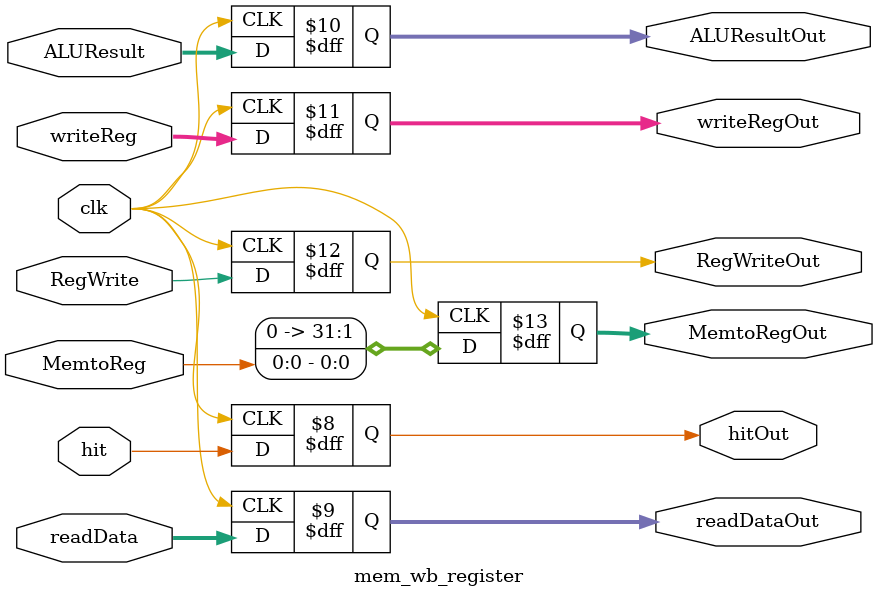
<source format=v>
`timescale 1ns / 1ps

module mem_wb_register(
	input clk,
	input hit,
	input [31:0] readData,
	input [31:0] ALUResult,
	input [4:0] writeReg,
	input RegWrite,
	input MemtoReg,
	output reg hitOut = 0,
	output reg [31:0] readDataOut = 0,
	output reg [31:0] ALUResultOut = 0,
	output reg [4:0] writeRegOut = 0,
	output reg RegWriteOut = 0,
	output reg [31:0] MemtoRegOut = 0
	);
	
	always @(negedge clk)begin 
		hitOut = hit;
		readDataOut = readData;
		ALUResultOut = ALUResult;
		writeRegOut = writeReg;
		RegWriteOut = RegWrite;
		MemtoRegOut = MemtoReg;
	end

endmodule

</source>
